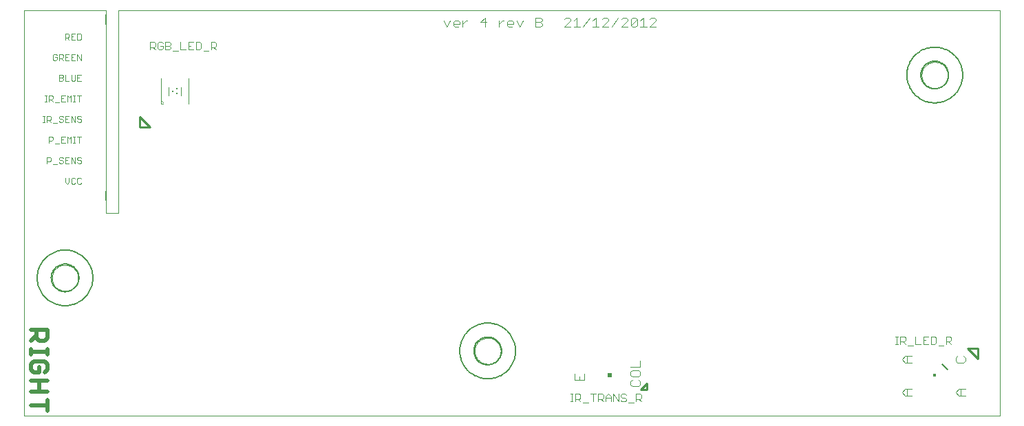
<source format=gto>
G75*
G70*
%OFA0B0*%
%FSLAX24Y24*%
%IPPOS*%
%LPD*%
%AMOC8*
5,1,8,0,0,1.08239X$1,22.5*
%
%ADD10C,0.0000*%
%ADD11C,0.0040*%
%ADD12C,0.0100*%
%ADD13C,0.0080*%
%ADD14C,0.0030*%
%ADD15C,0.0200*%
%ADD16R,0.0098X0.0098*%
%ADD17R,0.0197X0.0197*%
%ADD18C,0.0060*%
%ADD19R,0.0157X0.0157*%
%ADD20C,0.0079*%
D10*
X000260Y000467D02*
X000260Y020152D01*
X004197Y020152D01*
X004197Y010310D01*
X004827Y010310D01*
X004827Y020152D01*
X047504Y020152D01*
X047504Y000467D01*
X000260Y000467D01*
X001599Y007160D02*
X001601Y007210D01*
X001607Y007260D01*
X001617Y007309D01*
X001631Y007357D01*
X001648Y007404D01*
X001669Y007449D01*
X001694Y007493D01*
X001722Y007534D01*
X001754Y007573D01*
X001788Y007610D01*
X001825Y007644D01*
X001865Y007674D01*
X001907Y007701D01*
X001951Y007725D01*
X001997Y007746D01*
X002044Y007762D01*
X002092Y007775D01*
X002142Y007784D01*
X002191Y007789D01*
X002242Y007790D01*
X002292Y007787D01*
X002341Y007780D01*
X002390Y007769D01*
X002438Y007754D01*
X002484Y007736D01*
X002529Y007714D01*
X002572Y007688D01*
X002613Y007659D01*
X002652Y007627D01*
X002688Y007592D01*
X002720Y007554D01*
X002750Y007514D01*
X002777Y007471D01*
X002800Y007427D01*
X002819Y007381D01*
X002835Y007333D01*
X002847Y007284D01*
X002855Y007235D01*
X002859Y007185D01*
X002859Y007135D01*
X002855Y007085D01*
X002847Y007036D01*
X002835Y006987D01*
X002819Y006939D01*
X002800Y006893D01*
X002777Y006849D01*
X002750Y006806D01*
X002720Y006766D01*
X002688Y006728D01*
X002652Y006693D01*
X002613Y006661D01*
X002572Y006632D01*
X002529Y006606D01*
X002484Y006584D01*
X002438Y006566D01*
X002390Y006551D01*
X002341Y006540D01*
X002292Y006533D01*
X002242Y006530D01*
X002191Y006531D01*
X002142Y006536D01*
X002092Y006545D01*
X002044Y006558D01*
X001997Y006574D01*
X001951Y006595D01*
X001907Y006619D01*
X001865Y006646D01*
X001825Y006676D01*
X001788Y006710D01*
X001754Y006747D01*
X001722Y006786D01*
X001694Y006827D01*
X001669Y006871D01*
X001648Y006916D01*
X001631Y006963D01*
X001617Y007011D01*
X001607Y007060D01*
X001601Y007110D01*
X001599Y007160D01*
X022071Y003617D02*
X022073Y003667D01*
X022079Y003717D01*
X022089Y003766D01*
X022103Y003814D01*
X022120Y003861D01*
X022141Y003906D01*
X022166Y003950D01*
X022194Y003991D01*
X022226Y004030D01*
X022260Y004067D01*
X022297Y004101D01*
X022337Y004131D01*
X022379Y004158D01*
X022423Y004182D01*
X022469Y004203D01*
X022516Y004219D01*
X022564Y004232D01*
X022614Y004241D01*
X022663Y004246D01*
X022714Y004247D01*
X022764Y004244D01*
X022813Y004237D01*
X022862Y004226D01*
X022910Y004211D01*
X022956Y004193D01*
X023001Y004171D01*
X023044Y004145D01*
X023085Y004116D01*
X023124Y004084D01*
X023160Y004049D01*
X023192Y004011D01*
X023222Y003971D01*
X023249Y003928D01*
X023272Y003884D01*
X023291Y003838D01*
X023307Y003790D01*
X023319Y003741D01*
X023327Y003692D01*
X023331Y003642D01*
X023331Y003592D01*
X023327Y003542D01*
X023319Y003493D01*
X023307Y003444D01*
X023291Y003396D01*
X023272Y003350D01*
X023249Y003306D01*
X023222Y003263D01*
X023192Y003223D01*
X023160Y003185D01*
X023124Y003150D01*
X023085Y003118D01*
X023044Y003089D01*
X023001Y003063D01*
X022956Y003041D01*
X022910Y003023D01*
X022862Y003008D01*
X022813Y002997D01*
X022764Y002990D01*
X022714Y002987D01*
X022663Y002988D01*
X022614Y002993D01*
X022564Y003002D01*
X022516Y003015D01*
X022469Y003031D01*
X022423Y003052D01*
X022379Y003076D01*
X022337Y003103D01*
X022297Y003133D01*
X022260Y003167D01*
X022226Y003204D01*
X022194Y003243D01*
X022166Y003284D01*
X022141Y003328D01*
X022120Y003373D01*
X022103Y003420D01*
X022089Y003468D01*
X022079Y003517D01*
X022073Y003567D01*
X022071Y003617D01*
X043724Y017003D02*
X043726Y017053D01*
X043732Y017103D01*
X043742Y017152D01*
X043756Y017200D01*
X043773Y017247D01*
X043794Y017292D01*
X043819Y017336D01*
X043847Y017377D01*
X043879Y017416D01*
X043913Y017453D01*
X043950Y017487D01*
X043990Y017517D01*
X044032Y017544D01*
X044076Y017568D01*
X044122Y017589D01*
X044169Y017605D01*
X044217Y017618D01*
X044267Y017627D01*
X044316Y017632D01*
X044367Y017633D01*
X044417Y017630D01*
X044466Y017623D01*
X044515Y017612D01*
X044563Y017597D01*
X044609Y017579D01*
X044654Y017557D01*
X044697Y017531D01*
X044738Y017502D01*
X044777Y017470D01*
X044813Y017435D01*
X044845Y017397D01*
X044875Y017357D01*
X044902Y017314D01*
X044925Y017270D01*
X044944Y017224D01*
X044960Y017176D01*
X044972Y017127D01*
X044980Y017078D01*
X044984Y017028D01*
X044984Y016978D01*
X044980Y016928D01*
X044972Y016879D01*
X044960Y016830D01*
X044944Y016782D01*
X044925Y016736D01*
X044902Y016692D01*
X044875Y016649D01*
X044845Y016609D01*
X044813Y016571D01*
X044777Y016536D01*
X044738Y016504D01*
X044697Y016475D01*
X044654Y016449D01*
X044609Y016427D01*
X044563Y016409D01*
X044515Y016394D01*
X044466Y016383D01*
X044417Y016376D01*
X044367Y016373D01*
X044316Y016374D01*
X044267Y016379D01*
X044217Y016388D01*
X044169Y016401D01*
X044122Y016417D01*
X044076Y016438D01*
X044032Y016462D01*
X043990Y016489D01*
X043950Y016519D01*
X043913Y016553D01*
X043879Y016590D01*
X043847Y016629D01*
X043819Y016670D01*
X043794Y016714D01*
X043773Y016759D01*
X043756Y016806D01*
X043742Y016854D01*
X043732Y016903D01*
X043726Y016953D01*
X043724Y017003D01*
D11*
X030857Y019327D02*
X030550Y019327D01*
X030857Y019634D01*
X030857Y019711D01*
X030780Y019788D01*
X030626Y019788D01*
X030550Y019711D01*
X030243Y019788D02*
X030243Y019327D01*
X030396Y019327D02*
X030089Y019327D01*
X029936Y019404D02*
X029859Y019327D01*
X029706Y019327D01*
X029629Y019404D01*
X029936Y019711D01*
X029936Y019404D01*
X030089Y019634D02*
X030243Y019788D01*
X029936Y019711D02*
X029859Y019788D01*
X029706Y019788D01*
X029629Y019711D01*
X029629Y019404D01*
X029475Y019327D02*
X029168Y019327D01*
X029475Y019634D01*
X029475Y019711D01*
X029399Y019788D01*
X029245Y019788D01*
X029168Y019711D01*
X029015Y019788D02*
X028708Y019327D01*
X028555Y019327D02*
X028248Y019327D01*
X028555Y019634D01*
X028555Y019711D01*
X028478Y019788D01*
X028324Y019788D01*
X028248Y019711D01*
X027941Y019788D02*
X027941Y019327D01*
X028094Y019327D02*
X027787Y019327D01*
X027327Y019327D02*
X027634Y019788D01*
X027787Y019634D02*
X027941Y019788D01*
X027173Y019327D02*
X026866Y019327D01*
X026713Y019327D02*
X026406Y019327D01*
X026713Y019634D01*
X026713Y019711D01*
X026636Y019788D01*
X026483Y019788D01*
X026406Y019711D01*
X026866Y019634D02*
X027020Y019788D01*
X027020Y019327D01*
X025332Y019404D02*
X025255Y019327D01*
X025025Y019327D01*
X025025Y019788D01*
X025255Y019788D01*
X025332Y019711D01*
X025332Y019634D01*
X025255Y019558D01*
X025025Y019558D01*
X025255Y019558D02*
X025332Y019481D01*
X025332Y019404D01*
X024411Y019634D02*
X024258Y019327D01*
X024104Y019634D01*
X023951Y019558D02*
X023951Y019481D01*
X023644Y019481D01*
X023644Y019558D02*
X023720Y019634D01*
X023874Y019634D01*
X023951Y019558D01*
X023874Y019327D02*
X023720Y019327D01*
X023644Y019404D01*
X023644Y019558D01*
X023490Y019634D02*
X023413Y019634D01*
X023260Y019481D01*
X023260Y019634D02*
X023260Y019327D01*
X022646Y019558D02*
X022339Y019558D01*
X022569Y019788D01*
X022569Y019327D01*
X021725Y019634D02*
X021649Y019634D01*
X021495Y019481D01*
X021342Y019481D02*
X021035Y019481D01*
X021035Y019558D02*
X021112Y019634D01*
X021265Y019634D01*
X021342Y019558D01*
X021342Y019481D01*
X021265Y019327D02*
X021112Y019327D01*
X021035Y019404D01*
X021035Y019558D01*
X020881Y019634D02*
X020728Y019327D01*
X020574Y019634D01*
X021495Y019634D02*
X021495Y019327D01*
X008213Y016826D02*
X008213Y015605D01*
X007849Y016009D02*
X007849Y016422D01*
X007238Y016422D02*
X007238Y016009D01*
X006973Y015684D02*
X006874Y015782D01*
X006874Y016826D01*
X006874Y015782D02*
X006874Y015605D01*
X006963Y015605D01*
X030086Y003134D02*
X030086Y002827D01*
X029626Y002827D01*
X029703Y002673D02*
X029626Y002597D01*
X029626Y002443D01*
X029703Y002366D01*
X030010Y002366D01*
X030086Y002443D01*
X030086Y002597D01*
X030010Y002673D01*
X029703Y002673D01*
X029703Y002213D02*
X029626Y002136D01*
X029626Y001983D01*
X029703Y001906D01*
X030010Y001906D01*
X030086Y001983D01*
X030086Y002136D01*
X030010Y002213D01*
X027386Y002206D02*
X027386Y002513D01*
X027156Y002359D02*
X027156Y002206D01*
X026926Y002206D02*
X027386Y002206D01*
X026926Y002206D02*
X026926Y002513D01*
X042774Y003209D02*
X042928Y003056D01*
X043234Y003056D01*
X043004Y003056D02*
X043004Y003363D01*
X042928Y003363D02*
X043234Y003363D01*
X042928Y003363D02*
X042774Y003209D01*
X045374Y003133D02*
X045451Y003056D01*
X045758Y003056D01*
X045834Y003133D01*
X045834Y003286D01*
X045758Y003363D01*
X045451Y003363D02*
X045374Y003286D01*
X045374Y003133D01*
X045528Y001763D02*
X045834Y001763D01*
X045604Y001763D02*
X045604Y001456D01*
X045528Y001456D02*
X045374Y001609D01*
X045528Y001763D01*
X045528Y001456D02*
X045834Y001456D01*
X043234Y001456D02*
X042928Y001456D01*
X042774Y001609D01*
X042928Y001763D01*
X043234Y001763D01*
X043004Y001763D02*
X043004Y001456D01*
D12*
X045954Y003736D02*
X046454Y003236D01*
X046454Y003736D01*
X045954Y003736D01*
X030406Y002036D02*
X030406Y001736D01*
X030106Y001736D01*
X030406Y002036D01*
X006360Y014467D02*
X005860Y014467D01*
X005860Y014967D01*
X006360Y014467D01*
D13*
X004203Y011388D02*
X004203Y010928D01*
X001560Y007160D02*
X001562Y007211D01*
X001568Y007262D01*
X001578Y007312D01*
X001591Y007362D01*
X001609Y007410D01*
X001629Y007457D01*
X001654Y007502D01*
X001682Y007545D01*
X001713Y007586D01*
X001747Y007624D01*
X001784Y007659D01*
X001823Y007692D01*
X001865Y007722D01*
X001909Y007748D01*
X001955Y007770D01*
X002003Y007790D01*
X002052Y007805D01*
X002102Y007817D01*
X002152Y007825D01*
X002203Y007829D01*
X002255Y007829D01*
X002306Y007825D01*
X002356Y007817D01*
X002406Y007805D01*
X002455Y007790D01*
X002503Y007770D01*
X002549Y007748D01*
X002593Y007722D01*
X002635Y007692D01*
X002674Y007659D01*
X002711Y007624D01*
X002745Y007586D01*
X002776Y007545D01*
X002804Y007502D01*
X002829Y007457D01*
X002849Y007410D01*
X002867Y007362D01*
X002880Y007312D01*
X002890Y007262D01*
X002896Y007211D01*
X002898Y007160D01*
X002896Y007109D01*
X002890Y007058D01*
X002880Y007008D01*
X002867Y006958D01*
X002849Y006910D01*
X002829Y006863D01*
X002804Y006818D01*
X002776Y006775D01*
X002745Y006734D01*
X002711Y006696D01*
X002674Y006661D01*
X002635Y006628D01*
X002593Y006598D01*
X002549Y006572D01*
X002503Y006550D01*
X002455Y006530D01*
X002406Y006515D01*
X002356Y006503D01*
X002306Y006495D01*
X002255Y006491D01*
X002203Y006491D01*
X002152Y006495D01*
X002102Y006503D01*
X002052Y006515D01*
X002003Y006530D01*
X001955Y006550D01*
X001909Y006572D01*
X001865Y006598D01*
X001823Y006628D01*
X001784Y006661D01*
X001747Y006696D01*
X001713Y006734D01*
X001682Y006775D01*
X001654Y006818D01*
X001629Y006863D01*
X001609Y006910D01*
X001591Y006958D01*
X001578Y007008D01*
X001568Y007058D01*
X001562Y007109D01*
X001560Y007160D01*
X022032Y003617D02*
X022034Y003668D01*
X022040Y003719D01*
X022050Y003769D01*
X022063Y003819D01*
X022081Y003867D01*
X022101Y003914D01*
X022126Y003959D01*
X022154Y004002D01*
X022185Y004043D01*
X022219Y004081D01*
X022256Y004116D01*
X022295Y004149D01*
X022337Y004179D01*
X022381Y004205D01*
X022427Y004227D01*
X022475Y004247D01*
X022524Y004262D01*
X022574Y004274D01*
X022624Y004282D01*
X022675Y004286D01*
X022727Y004286D01*
X022778Y004282D01*
X022828Y004274D01*
X022878Y004262D01*
X022927Y004247D01*
X022975Y004227D01*
X023021Y004205D01*
X023065Y004179D01*
X023107Y004149D01*
X023146Y004116D01*
X023183Y004081D01*
X023217Y004043D01*
X023248Y004002D01*
X023276Y003959D01*
X023301Y003914D01*
X023321Y003867D01*
X023339Y003819D01*
X023352Y003769D01*
X023362Y003719D01*
X023368Y003668D01*
X023370Y003617D01*
X023368Y003566D01*
X023362Y003515D01*
X023352Y003465D01*
X023339Y003415D01*
X023321Y003367D01*
X023301Y003320D01*
X023276Y003275D01*
X023248Y003232D01*
X023217Y003191D01*
X023183Y003153D01*
X023146Y003118D01*
X023107Y003085D01*
X023065Y003055D01*
X023021Y003029D01*
X022975Y003007D01*
X022927Y002987D01*
X022878Y002972D01*
X022828Y002960D01*
X022778Y002952D01*
X022727Y002948D01*
X022675Y002948D01*
X022624Y002952D01*
X022574Y002960D01*
X022524Y002972D01*
X022475Y002987D01*
X022427Y003007D01*
X022381Y003029D01*
X022337Y003055D01*
X022295Y003085D01*
X022256Y003118D01*
X022219Y003153D01*
X022185Y003191D01*
X022154Y003232D01*
X022126Y003275D01*
X022101Y003320D01*
X022081Y003367D01*
X022063Y003415D01*
X022050Y003465D01*
X022040Y003515D01*
X022034Y003566D01*
X022032Y003617D01*
X043685Y017003D02*
X043687Y017054D01*
X043693Y017105D01*
X043703Y017155D01*
X043716Y017205D01*
X043734Y017253D01*
X043754Y017300D01*
X043779Y017345D01*
X043807Y017388D01*
X043838Y017429D01*
X043872Y017467D01*
X043909Y017502D01*
X043948Y017535D01*
X043990Y017565D01*
X044034Y017591D01*
X044080Y017613D01*
X044128Y017633D01*
X044177Y017648D01*
X044227Y017660D01*
X044277Y017668D01*
X044328Y017672D01*
X044380Y017672D01*
X044431Y017668D01*
X044481Y017660D01*
X044531Y017648D01*
X044580Y017633D01*
X044628Y017613D01*
X044674Y017591D01*
X044718Y017565D01*
X044760Y017535D01*
X044799Y017502D01*
X044836Y017467D01*
X044870Y017429D01*
X044901Y017388D01*
X044929Y017345D01*
X044954Y017300D01*
X044974Y017253D01*
X044992Y017205D01*
X045005Y017155D01*
X045015Y017105D01*
X045021Y017054D01*
X045023Y017003D01*
X045021Y016952D01*
X045015Y016901D01*
X045005Y016851D01*
X044992Y016801D01*
X044974Y016753D01*
X044954Y016706D01*
X044929Y016661D01*
X044901Y016618D01*
X044870Y016577D01*
X044836Y016539D01*
X044799Y016504D01*
X044760Y016471D01*
X044718Y016441D01*
X044674Y016415D01*
X044628Y016393D01*
X044580Y016373D01*
X044531Y016358D01*
X044481Y016346D01*
X044431Y016338D01*
X044380Y016334D01*
X044328Y016334D01*
X044277Y016338D01*
X044227Y016346D01*
X044177Y016358D01*
X044128Y016373D01*
X044080Y016393D01*
X044034Y016415D01*
X043990Y016441D01*
X043948Y016471D01*
X043909Y016504D01*
X043872Y016539D01*
X043838Y016577D01*
X043807Y016618D01*
X043779Y016661D01*
X043754Y016706D01*
X043734Y016753D01*
X043716Y016801D01*
X043703Y016851D01*
X043693Y016901D01*
X043687Y016952D01*
X043685Y017003D01*
X004203Y019468D02*
X004203Y019928D01*
D14*
X003017Y018965D02*
X002969Y019013D01*
X002824Y019013D01*
X002824Y018723D01*
X002969Y018723D01*
X003017Y018771D01*
X003017Y018965D01*
X002723Y019013D02*
X002529Y019013D01*
X002529Y018723D01*
X002723Y018723D01*
X002626Y018868D02*
X002529Y018868D01*
X002428Y018868D02*
X002379Y018820D01*
X002234Y018820D01*
X002234Y018723D02*
X002234Y019013D01*
X002379Y019013D01*
X002428Y018965D01*
X002428Y018868D01*
X002331Y018820D02*
X002428Y018723D01*
X002428Y018013D02*
X002234Y018013D01*
X002234Y017723D01*
X002428Y017723D01*
X002529Y017723D02*
X002723Y017723D01*
X002824Y017723D02*
X002824Y018013D01*
X003017Y017723D01*
X003017Y018013D01*
X002723Y018013D02*
X002529Y018013D01*
X002529Y017723D01*
X002529Y017868D02*
X002626Y017868D01*
X002331Y017868D02*
X002234Y017868D01*
X002133Y017868D02*
X002085Y017820D01*
X001940Y017820D01*
X002036Y017820D02*
X002133Y017723D01*
X002133Y017868D02*
X002133Y017965D01*
X002085Y018013D01*
X001940Y018013D01*
X001940Y017723D01*
X001839Y017771D02*
X001839Y017868D01*
X001742Y017868D01*
X001839Y017771D02*
X001790Y017723D01*
X001693Y017723D01*
X001645Y017771D01*
X001645Y017965D01*
X001693Y018013D01*
X001790Y018013D01*
X001839Y017965D01*
X001940Y017013D02*
X002085Y017013D01*
X002133Y016965D01*
X002133Y016917D01*
X002085Y016868D01*
X001940Y016868D01*
X002085Y016868D02*
X002133Y016820D01*
X002133Y016771D01*
X002085Y016723D01*
X001940Y016723D01*
X001940Y017013D01*
X002234Y017013D02*
X002234Y016723D01*
X002428Y016723D01*
X002529Y016771D02*
X002577Y016723D01*
X002674Y016723D01*
X002723Y016771D01*
X002723Y017013D01*
X002824Y017013D02*
X002824Y016723D01*
X003017Y016723D01*
X002920Y016868D02*
X002824Y016868D01*
X002824Y017013D02*
X003017Y017013D01*
X002529Y017013D02*
X002529Y016771D01*
X002526Y016013D02*
X002526Y015723D01*
X002627Y015723D02*
X002724Y015723D01*
X002676Y015723D02*
X002676Y016013D01*
X002724Y016013D02*
X002627Y016013D01*
X002526Y016013D02*
X002429Y015917D01*
X002333Y016013D01*
X002333Y015723D01*
X002231Y015723D02*
X002038Y015723D01*
X002038Y016013D01*
X002231Y016013D01*
X002135Y015868D02*
X002038Y015868D01*
X001937Y015675D02*
X001743Y015675D01*
X001642Y015723D02*
X001545Y015820D01*
X001594Y015820D02*
X001449Y015820D01*
X001449Y015723D02*
X001449Y016013D01*
X001594Y016013D01*
X001642Y015965D01*
X001642Y015868D01*
X001594Y015820D01*
X001349Y015723D02*
X001252Y015723D01*
X001301Y015723D02*
X001301Y016013D01*
X001349Y016013D02*
X001252Y016013D01*
X002824Y016013D02*
X003017Y016013D01*
X002920Y016013D02*
X002920Y015723D01*
X002872Y015013D02*
X002824Y014965D01*
X002824Y014917D01*
X002872Y014868D01*
X002969Y014868D01*
X003017Y014820D01*
X003017Y014771D01*
X002969Y014723D01*
X002872Y014723D01*
X002824Y014771D01*
X002723Y014723D02*
X002723Y015013D01*
X002872Y015013D02*
X002969Y015013D01*
X003017Y014965D01*
X002723Y014723D02*
X002529Y015013D01*
X002529Y014723D01*
X002428Y014723D02*
X002234Y014723D01*
X002234Y015013D01*
X002428Y015013D01*
X002331Y014868D02*
X002234Y014868D01*
X002133Y014820D02*
X002133Y014771D01*
X002085Y014723D01*
X001988Y014723D01*
X001940Y014771D01*
X001988Y014868D02*
X002085Y014868D01*
X002133Y014820D01*
X002133Y014965D02*
X002085Y015013D01*
X001988Y015013D01*
X001940Y014965D01*
X001940Y014917D01*
X001988Y014868D01*
X001839Y014675D02*
X001645Y014675D01*
X001544Y014723D02*
X001447Y014820D01*
X001496Y014820D02*
X001350Y014820D01*
X001350Y014723D02*
X001350Y015013D01*
X001496Y015013D01*
X001544Y014965D01*
X001544Y014868D01*
X001496Y014820D01*
X001251Y014723D02*
X001154Y014723D01*
X001202Y014723D02*
X001202Y015013D01*
X001154Y015013D02*
X001251Y015013D01*
X001449Y014013D02*
X001594Y014013D01*
X001642Y013965D01*
X001642Y013868D01*
X001594Y013820D01*
X001449Y013820D01*
X001449Y013723D02*
X001449Y014013D01*
X002038Y014013D02*
X002038Y013723D01*
X002231Y013723D01*
X002333Y013723D02*
X002333Y014013D01*
X002429Y013917D01*
X002526Y014013D01*
X002526Y013723D01*
X002627Y013723D02*
X002724Y013723D01*
X002676Y013723D02*
X002676Y014013D01*
X002724Y014013D02*
X002627Y014013D01*
X002824Y014013D02*
X003017Y014013D01*
X002920Y014013D02*
X002920Y013723D01*
X002231Y014013D02*
X002038Y014013D01*
X002038Y013868D02*
X002135Y013868D01*
X001937Y013675D02*
X001743Y013675D01*
X001988Y013013D02*
X001940Y012965D01*
X001940Y012917D01*
X001988Y012868D01*
X002085Y012868D01*
X002133Y012820D01*
X002133Y012771D01*
X002085Y012723D01*
X001988Y012723D01*
X001940Y012771D01*
X001839Y012675D02*
X001645Y012675D01*
X001496Y012820D02*
X001350Y012820D01*
X001350Y012723D02*
X001350Y013013D01*
X001496Y013013D01*
X001544Y012965D01*
X001544Y012868D01*
X001496Y012820D01*
X001988Y013013D02*
X002085Y013013D01*
X002133Y012965D01*
X002234Y013013D02*
X002234Y012723D01*
X002428Y012723D01*
X002529Y012723D02*
X002529Y013013D01*
X002723Y012723D01*
X002723Y013013D01*
X002824Y012965D02*
X002824Y012917D01*
X002872Y012868D01*
X002969Y012868D01*
X003017Y012820D01*
X003017Y012771D01*
X002969Y012723D01*
X002872Y012723D01*
X002824Y012771D01*
X002824Y012965D02*
X002872Y013013D01*
X002969Y013013D01*
X003017Y012965D01*
X002428Y013013D02*
X002234Y013013D01*
X002234Y012868D02*
X002331Y012868D01*
X002234Y012013D02*
X002234Y011820D01*
X002331Y011723D01*
X002428Y011820D01*
X002428Y012013D01*
X002529Y011965D02*
X002529Y011771D01*
X002577Y011723D01*
X002674Y011723D01*
X002723Y011771D01*
X002824Y011771D02*
X002872Y011723D01*
X002969Y011723D01*
X003017Y011771D01*
X002824Y011771D02*
X002824Y011965D01*
X002872Y012013D01*
X002969Y012013D01*
X003017Y011965D01*
X002723Y011965D02*
X002674Y012013D01*
X002577Y012013D01*
X002529Y011965D01*
X006354Y018233D02*
X006354Y018603D01*
X006539Y018603D01*
X006601Y018541D01*
X006601Y018418D01*
X006539Y018356D01*
X006354Y018356D01*
X006478Y018356D02*
X006601Y018233D01*
X006722Y018295D02*
X006722Y018541D01*
X006784Y018603D01*
X006908Y018603D01*
X006969Y018541D01*
X006969Y018418D02*
X006846Y018418D01*
X006969Y018418D02*
X006969Y018295D01*
X006908Y018233D01*
X006784Y018233D01*
X006722Y018295D01*
X007091Y018233D02*
X007276Y018233D01*
X007338Y018295D01*
X007338Y018356D01*
X007276Y018418D01*
X007091Y018418D01*
X007276Y018418D02*
X007338Y018480D01*
X007338Y018541D01*
X007276Y018603D01*
X007091Y018603D01*
X007091Y018233D01*
X007459Y018171D02*
X007706Y018171D01*
X007827Y018233D02*
X008074Y018233D01*
X008196Y018233D02*
X008443Y018233D01*
X008564Y018233D02*
X008749Y018233D01*
X008811Y018295D01*
X008811Y018541D01*
X008749Y018603D01*
X008564Y018603D01*
X008564Y018233D01*
X008319Y018418D02*
X008196Y018418D01*
X008196Y018603D02*
X008196Y018233D01*
X007827Y018233D02*
X007827Y018603D01*
X008196Y018603D02*
X008443Y018603D01*
X008932Y018171D02*
X009179Y018171D01*
X009301Y018233D02*
X009301Y018603D01*
X009486Y018603D01*
X009548Y018541D01*
X009548Y018418D01*
X009486Y018356D01*
X009301Y018356D01*
X009424Y018356D02*
X009548Y018233D01*
X042446Y004321D02*
X042569Y004321D01*
X042507Y004321D02*
X042507Y003951D01*
X042446Y003951D02*
X042569Y003951D01*
X042691Y003951D02*
X042691Y004321D01*
X042876Y004321D01*
X042938Y004260D01*
X042938Y004136D01*
X042876Y004074D01*
X042691Y004074D01*
X042815Y004074D02*
X042938Y003951D01*
X043060Y003889D02*
X043306Y003889D01*
X043428Y003951D02*
X043675Y003951D01*
X043796Y003951D02*
X044043Y003951D01*
X044165Y003951D02*
X044350Y003951D01*
X044411Y004013D01*
X044411Y004260D01*
X044350Y004321D01*
X044165Y004321D01*
X044165Y003951D01*
X043920Y004136D02*
X043796Y004136D01*
X043796Y004321D02*
X043796Y003951D01*
X043428Y003951D02*
X043428Y004321D01*
X043796Y004321D02*
X044043Y004321D01*
X044533Y003889D02*
X044780Y003889D01*
X044901Y003951D02*
X044901Y004321D01*
X045086Y004321D01*
X045148Y004260D01*
X045148Y004136D01*
X045086Y004074D01*
X044901Y004074D01*
X045025Y004074D02*
X045148Y003951D01*
X030140Y001470D02*
X030140Y001346D01*
X030078Y001284D01*
X029893Y001284D01*
X029893Y001161D02*
X029893Y001531D01*
X030078Y001531D01*
X030140Y001470D01*
X030017Y001284D02*
X030140Y001161D01*
X029772Y001099D02*
X029525Y001099D01*
X029403Y001223D02*
X029342Y001161D01*
X029218Y001161D01*
X029157Y001223D01*
X029035Y001161D02*
X029035Y001531D01*
X029157Y001470D02*
X029157Y001408D01*
X029218Y001346D01*
X029342Y001346D01*
X029403Y001284D01*
X029403Y001223D01*
X029035Y001161D02*
X028788Y001531D01*
X028788Y001161D01*
X028667Y001161D02*
X028667Y001408D01*
X028543Y001531D01*
X028420Y001408D01*
X028420Y001161D01*
X028298Y001161D02*
X028175Y001284D01*
X028237Y001284D02*
X028052Y001284D01*
X028052Y001161D02*
X028052Y001531D01*
X028237Y001531D01*
X028298Y001470D01*
X028298Y001346D01*
X028237Y001284D01*
X028420Y001346D02*
X028667Y001346D01*
X029157Y001470D02*
X029218Y001531D01*
X029342Y001531D01*
X029403Y001470D01*
X027930Y001531D02*
X027683Y001531D01*
X027807Y001531D02*
X027807Y001161D01*
X027562Y001099D02*
X027315Y001099D01*
X027194Y001161D02*
X027070Y001284D01*
X027132Y001284D02*
X026947Y001284D01*
X026947Y001161D02*
X026947Y001531D01*
X027132Y001531D01*
X027194Y001470D01*
X027194Y001346D01*
X027132Y001284D01*
X026825Y001161D02*
X026701Y001161D01*
X026763Y001161D02*
X026763Y001531D01*
X026701Y001531D02*
X026825Y001531D01*
D15*
X001390Y001641D02*
X000589Y001641D01*
X000989Y001641D02*
X000989Y002175D01*
X000589Y002175D02*
X001390Y002175D01*
X001256Y002562D02*
X001390Y002695D01*
X001390Y002962D01*
X001256Y003096D01*
X000722Y003096D01*
X000589Y002962D01*
X000589Y002695D01*
X000722Y002562D01*
X000989Y002562D01*
X000989Y002829D01*
X000589Y003443D02*
X000589Y003710D01*
X000589Y003576D02*
X001390Y003576D01*
X001390Y003443D02*
X001390Y003710D01*
X001256Y004097D02*
X000989Y004097D01*
X000856Y004230D01*
X000856Y004630D01*
X000856Y004363D02*
X000589Y004097D01*
X001256Y004097D02*
X001390Y004230D01*
X001390Y004630D01*
X000589Y004630D01*
X001390Y001254D02*
X001390Y000720D01*
X001390Y000987D02*
X000589Y000987D01*
D16*
X007642Y016097D03*
X007445Y016215D03*
X007642Y016334D03*
D17*
X028606Y002436D03*
D18*
X021351Y003617D02*
X021353Y003690D01*
X021359Y003763D01*
X021369Y003835D01*
X021383Y003907D01*
X021400Y003978D01*
X021422Y004048D01*
X021447Y004117D01*
X021476Y004184D01*
X021508Y004249D01*
X021544Y004313D01*
X021584Y004375D01*
X021626Y004434D01*
X021672Y004491D01*
X021721Y004545D01*
X021773Y004597D01*
X021827Y004646D01*
X021884Y004692D01*
X021943Y004734D01*
X022005Y004774D01*
X022069Y004810D01*
X022134Y004842D01*
X022201Y004871D01*
X022270Y004896D01*
X022340Y004918D01*
X022411Y004935D01*
X022483Y004949D01*
X022555Y004959D01*
X022628Y004965D01*
X022701Y004967D01*
X022774Y004965D01*
X022847Y004959D01*
X022919Y004949D01*
X022991Y004935D01*
X023062Y004918D01*
X023132Y004896D01*
X023201Y004871D01*
X023268Y004842D01*
X023333Y004810D01*
X023397Y004774D01*
X023459Y004734D01*
X023518Y004692D01*
X023575Y004646D01*
X023629Y004597D01*
X023681Y004545D01*
X023730Y004491D01*
X023776Y004434D01*
X023818Y004375D01*
X023858Y004313D01*
X023894Y004249D01*
X023926Y004184D01*
X023955Y004117D01*
X023980Y004048D01*
X024002Y003978D01*
X024019Y003907D01*
X024033Y003835D01*
X024043Y003763D01*
X024049Y003690D01*
X024051Y003617D01*
X024049Y003544D01*
X024043Y003471D01*
X024033Y003399D01*
X024019Y003327D01*
X024002Y003256D01*
X023980Y003186D01*
X023955Y003117D01*
X023926Y003050D01*
X023894Y002985D01*
X023858Y002921D01*
X023818Y002859D01*
X023776Y002800D01*
X023730Y002743D01*
X023681Y002689D01*
X023629Y002637D01*
X023575Y002588D01*
X023518Y002542D01*
X023459Y002500D01*
X023397Y002460D01*
X023333Y002424D01*
X023268Y002392D01*
X023201Y002363D01*
X023132Y002338D01*
X023062Y002316D01*
X022991Y002299D01*
X022919Y002285D01*
X022847Y002275D01*
X022774Y002269D01*
X022701Y002267D01*
X022628Y002269D01*
X022555Y002275D01*
X022483Y002285D01*
X022411Y002299D01*
X022340Y002316D01*
X022270Y002338D01*
X022201Y002363D01*
X022134Y002392D01*
X022069Y002424D01*
X022005Y002460D01*
X021943Y002500D01*
X021884Y002542D01*
X021827Y002588D01*
X021773Y002637D01*
X021721Y002689D01*
X021672Y002743D01*
X021626Y002800D01*
X021584Y002859D01*
X021544Y002921D01*
X021508Y002985D01*
X021476Y003050D01*
X021447Y003117D01*
X021422Y003186D01*
X021400Y003256D01*
X021383Y003327D01*
X021369Y003399D01*
X021359Y003471D01*
X021353Y003544D01*
X021351Y003617D01*
X000879Y007160D02*
X000881Y007233D01*
X000887Y007306D01*
X000897Y007378D01*
X000911Y007450D01*
X000928Y007521D01*
X000950Y007591D01*
X000975Y007660D01*
X001004Y007727D01*
X001036Y007792D01*
X001072Y007856D01*
X001112Y007918D01*
X001154Y007977D01*
X001200Y008034D01*
X001249Y008088D01*
X001301Y008140D01*
X001355Y008189D01*
X001412Y008235D01*
X001471Y008277D01*
X001533Y008317D01*
X001597Y008353D01*
X001662Y008385D01*
X001729Y008414D01*
X001798Y008439D01*
X001868Y008461D01*
X001939Y008478D01*
X002011Y008492D01*
X002083Y008502D01*
X002156Y008508D01*
X002229Y008510D01*
X002302Y008508D01*
X002375Y008502D01*
X002447Y008492D01*
X002519Y008478D01*
X002590Y008461D01*
X002660Y008439D01*
X002729Y008414D01*
X002796Y008385D01*
X002861Y008353D01*
X002925Y008317D01*
X002987Y008277D01*
X003046Y008235D01*
X003103Y008189D01*
X003157Y008140D01*
X003209Y008088D01*
X003258Y008034D01*
X003304Y007977D01*
X003346Y007918D01*
X003386Y007856D01*
X003422Y007792D01*
X003454Y007727D01*
X003483Y007660D01*
X003508Y007591D01*
X003530Y007521D01*
X003547Y007450D01*
X003561Y007378D01*
X003571Y007306D01*
X003577Y007233D01*
X003579Y007160D01*
X003577Y007087D01*
X003571Y007014D01*
X003561Y006942D01*
X003547Y006870D01*
X003530Y006799D01*
X003508Y006729D01*
X003483Y006660D01*
X003454Y006593D01*
X003422Y006528D01*
X003386Y006464D01*
X003346Y006402D01*
X003304Y006343D01*
X003258Y006286D01*
X003209Y006232D01*
X003157Y006180D01*
X003103Y006131D01*
X003046Y006085D01*
X002987Y006043D01*
X002925Y006003D01*
X002861Y005967D01*
X002796Y005935D01*
X002729Y005906D01*
X002660Y005881D01*
X002590Y005859D01*
X002519Y005842D01*
X002447Y005828D01*
X002375Y005818D01*
X002302Y005812D01*
X002229Y005810D01*
X002156Y005812D01*
X002083Y005818D01*
X002011Y005828D01*
X001939Y005842D01*
X001868Y005859D01*
X001798Y005881D01*
X001729Y005906D01*
X001662Y005935D01*
X001597Y005967D01*
X001533Y006003D01*
X001471Y006043D01*
X001412Y006085D01*
X001355Y006131D01*
X001301Y006180D01*
X001249Y006232D01*
X001200Y006286D01*
X001154Y006343D01*
X001112Y006402D01*
X001072Y006464D01*
X001036Y006528D01*
X001004Y006593D01*
X000975Y006660D01*
X000950Y006729D01*
X000928Y006799D01*
X000911Y006870D01*
X000897Y006942D01*
X000887Y007014D01*
X000881Y007087D01*
X000879Y007160D01*
X043004Y017003D02*
X043006Y017076D01*
X043012Y017149D01*
X043022Y017221D01*
X043036Y017293D01*
X043053Y017364D01*
X043075Y017434D01*
X043100Y017503D01*
X043129Y017570D01*
X043161Y017635D01*
X043197Y017699D01*
X043237Y017761D01*
X043279Y017820D01*
X043325Y017877D01*
X043374Y017931D01*
X043426Y017983D01*
X043480Y018032D01*
X043537Y018078D01*
X043596Y018120D01*
X043658Y018160D01*
X043722Y018196D01*
X043787Y018228D01*
X043854Y018257D01*
X043923Y018282D01*
X043993Y018304D01*
X044064Y018321D01*
X044136Y018335D01*
X044208Y018345D01*
X044281Y018351D01*
X044354Y018353D01*
X044427Y018351D01*
X044500Y018345D01*
X044572Y018335D01*
X044644Y018321D01*
X044715Y018304D01*
X044785Y018282D01*
X044854Y018257D01*
X044921Y018228D01*
X044986Y018196D01*
X045050Y018160D01*
X045112Y018120D01*
X045171Y018078D01*
X045228Y018032D01*
X045282Y017983D01*
X045334Y017931D01*
X045383Y017877D01*
X045429Y017820D01*
X045471Y017761D01*
X045511Y017699D01*
X045547Y017635D01*
X045579Y017570D01*
X045608Y017503D01*
X045633Y017434D01*
X045655Y017364D01*
X045672Y017293D01*
X045686Y017221D01*
X045696Y017149D01*
X045702Y017076D01*
X045704Y017003D01*
X045702Y016930D01*
X045696Y016857D01*
X045686Y016785D01*
X045672Y016713D01*
X045655Y016642D01*
X045633Y016572D01*
X045608Y016503D01*
X045579Y016436D01*
X045547Y016371D01*
X045511Y016307D01*
X045471Y016245D01*
X045429Y016186D01*
X045383Y016129D01*
X045334Y016075D01*
X045282Y016023D01*
X045228Y015974D01*
X045171Y015928D01*
X045112Y015886D01*
X045050Y015846D01*
X044986Y015810D01*
X044921Y015778D01*
X044854Y015749D01*
X044785Y015724D01*
X044715Y015702D01*
X044644Y015685D01*
X044572Y015671D01*
X044500Y015661D01*
X044427Y015655D01*
X044354Y015653D01*
X044281Y015655D01*
X044208Y015661D01*
X044136Y015671D01*
X044064Y015685D01*
X043993Y015702D01*
X043923Y015724D01*
X043854Y015749D01*
X043787Y015778D01*
X043722Y015810D01*
X043658Y015846D01*
X043596Y015886D01*
X043537Y015928D01*
X043480Y015974D01*
X043426Y016023D01*
X043374Y016075D01*
X043325Y016129D01*
X043279Y016186D01*
X043237Y016245D01*
X043197Y016307D01*
X043161Y016371D01*
X043129Y016436D01*
X043100Y016503D01*
X043075Y016572D01*
X043053Y016642D01*
X043036Y016713D01*
X043022Y016785D01*
X043012Y016857D01*
X043006Y016930D01*
X043004Y017003D01*
D19*
X044354Y002436D03*
D20*
X044709Y002987D02*
X044984Y002712D01*
M02*

</source>
